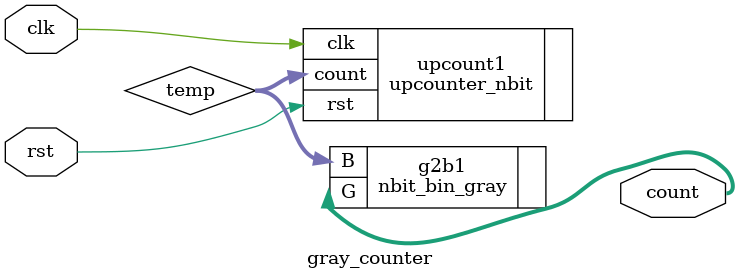
<source format=v>
module gray_counter #(parameter n=4)
(	input clk,rst,
	output [n-1:0]count);

wire [n-1:0]temp;
upcounter_nbit upcount1 (.clk(clk),.rst(rst),.count(temp));
nbit_bin_gray g2b1 (.B(temp),.G(count));

endmodule 
</source>
